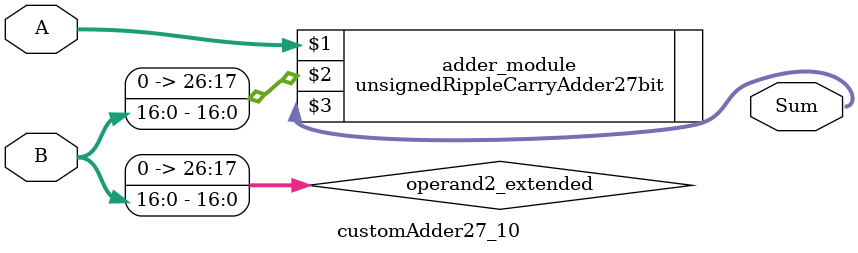
<source format=v>

module customAdder27_10(
                    input [26 : 0] A,
                    input [16 : 0] B,
                    
                    output [27 : 0] Sum
            );

    wire [26 : 0] operand2_extended;
    
    assign operand2_extended =  {10'b0, B};
    
    unsignedRippleCarryAdder27bit adder_module(
        A,
        operand2_extended,
        Sum
    );
    
endmodule
        
</source>
